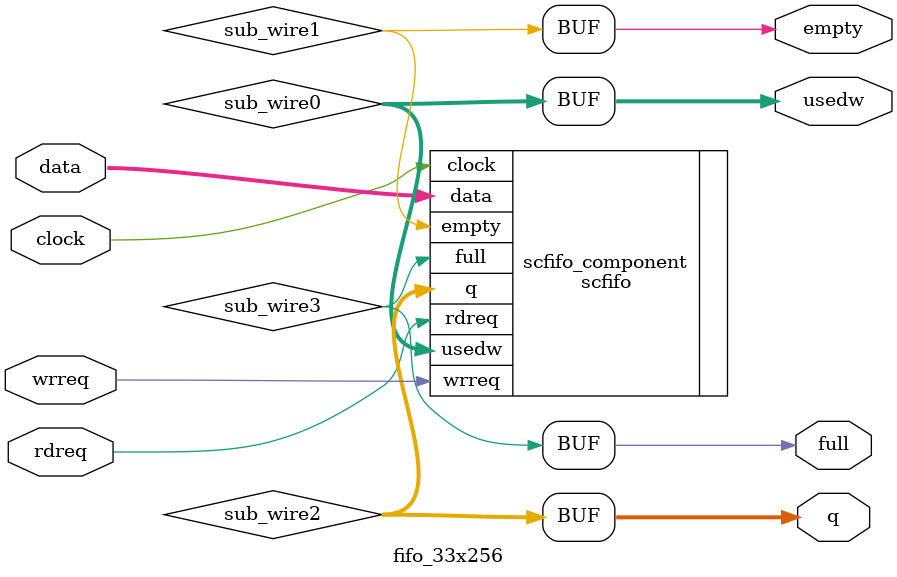
<source format=v>
module fifo_33x256 (
	clock,
	data,
	rdreq,
	wrreq,
	empty,
	full,
	q,
	usedw);
	input	  clock;
	input	[32:0]  data;
	input	  rdreq;
	input	  wrreq;
	output	  empty;
	output	  full;
	output	[32:0]  q;
	output	[7:0]  usedw;
	wire [7:0] sub_wire0;
	wire  sub_wire1;
	wire [32:0] sub_wire2;
	wire  sub_wire3;
	wire [7:0] usedw = sub_wire0[7:0];
	wire  empty = sub_wire1;
	wire [32:0] q = sub_wire2[32:0];
	wire  full = sub_wire3;
	scfifo	scfifo_component (
				.rdreq (rdreq),
				.clock (clock),
				.wrreq (wrreq),
				.data (data),
				.usedw (sub_wire0),
				.empty (sub_wire1),
				.q (sub_wire2),
				.full (sub_wire3)
				// synopsys translate_off
				,
				.aclr (),
				.almost_empty (),
				.almost_full (),
				.sclr ()
				// synopsys translate_on
				);
	defparam
		scfifo_component.add_ram_output_register = "OFF",
		scfifo_component.intended_device_family = "Cyclone III",
		scfifo_component.lpm_numwords = 256,
		scfifo_component.lpm_showahead = "OFF",
		scfifo_component.lpm_type = "scfifo",
		scfifo_component.lpm_width = 33,
		scfifo_component.lpm_widthu = 8,
		scfifo_component.overflow_checking = "OFF",
		scfifo_component.underflow_checking = "OFF",
		scfifo_component.use_eab = "ON";
endmodule
</source>
